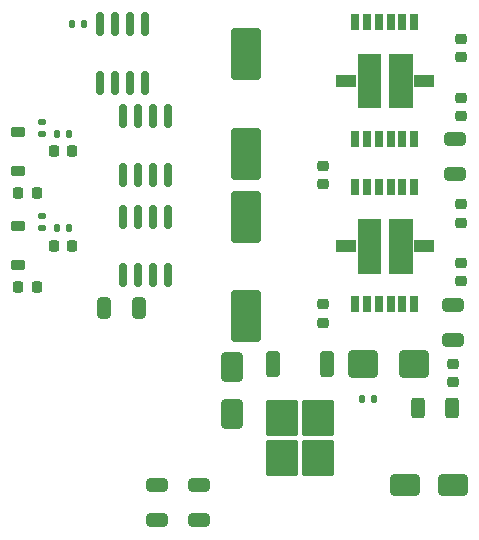
<source format=gbr>
%TF.GenerationSoftware,KiCad,Pcbnew,8.0.8+1*%
%TF.CreationDate,2025-03-25T20:03:00+00:00*%
%TF.ProjectId,dc_shield,64635f73-6869-4656-9c64-2e6b69636164,rev?*%
%TF.SameCoordinates,Original*%
%TF.FileFunction,Paste,Top*%
%TF.FilePolarity,Positive*%
%FSLAX46Y46*%
G04 Gerber Fmt 4.6, Leading zero omitted, Abs format (unit mm)*
G04 Created by KiCad (PCBNEW 8.0.8+1) date 2025-03-25 20:03:00*
%MOMM*%
%LPD*%
G01*
G04 APERTURE LIST*
G04 Aperture macros list*
%AMRoundRect*
0 Rectangle with rounded corners*
0 $1 Rounding radius*
0 $2 $3 $4 $5 $6 $7 $8 $9 X,Y pos of 4 corners*
0 Add a 4 corners polygon primitive as box body*
4,1,4,$2,$3,$4,$5,$6,$7,$8,$9,$2,$3,0*
0 Add four circle primitives for the rounded corners*
1,1,$1+$1,$2,$3*
1,1,$1+$1,$4,$5*
1,1,$1+$1,$6,$7*
1,1,$1+$1,$8,$9*
0 Add four rect primitives between the rounded corners*
20,1,$1+$1,$2,$3,$4,$5,0*
20,1,$1+$1,$4,$5,$6,$7,0*
20,1,$1+$1,$6,$7,$8,$9,0*
20,1,$1+$1,$8,$9,$2,$3,0*%
G04 Aperture macros list end*
%ADD10C,0.010000*%
%ADD11RoundRect,0.150000X0.150000X-0.825000X0.150000X0.825000X-0.150000X0.825000X-0.150000X-0.825000X0*%
%ADD12RoundRect,0.225000X0.375000X-0.225000X0.375000X0.225000X-0.375000X0.225000X-0.375000X-0.225000X0*%
%ADD13RoundRect,0.250000X1.000000X-1.950000X1.000000X1.950000X-1.000000X1.950000X-1.000000X-1.950000X0*%
%ADD14RoundRect,0.135000X0.135000X0.185000X-0.135000X0.185000X-0.135000X-0.185000X0.135000X-0.185000X0*%
%ADD15RoundRect,0.135000X0.185000X-0.135000X0.185000X0.135000X-0.185000X0.135000X-0.185000X-0.135000X0*%
%ADD16RoundRect,0.250000X-0.650000X0.325000X-0.650000X-0.325000X0.650000X-0.325000X0.650000X0.325000X0*%
%ADD17RoundRect,0.250000X-0.350000X0.850000X-0.350000X-0.850000X0.350000X-0.850000X0.350000X0.850000X0*%
%ADD18RoundRect,0.250000X-1.125000X1.275000X-1.125000X-1.275000X1.125000X-1.275000X1.125000X1.275000X0*%
%ADD19RoundRect,0.250000X0.650000X-1.000000X0.650000X1.000000X-0.650000X1.000000X-0.650000X-1.000000X0*%
%ADD20RoundRect,0.135000X-0.135000X-0.185000X0.135000X-0.185000X0.135000X0.185000X-0.135000X0.185000X0*%
%ADD21RoundRect,0.225000X0.250000X-0.225000X0.250000X0.225000X-0.250000X0.225000X-0.250000X-0.225000X0*%
%ADD22RoundRect,0.250000X0.650000X-0.325000X0.650000X0.325000X-0.650000X0.325000X-0.650000X-0.325000X0*%
%ADD23RoundRect,0.250000X0.312500X0.625000X-0.312500X0.625000X-0.312500X-0.625000X0.312500X-0.625000X0*%
%ADD24RoundRect,0.225000X-0.225000X-0.250000X0.225000X-0.250000X0.225000X0.250000X-0.225000X0.250000X0*%
%ADD25RoundRect,0.250000X-0.325000X-0.650000X0.325000X-0.650000X0.325000X0.650000X-0.325000X0.650000X0*%
%ADD26RoundRect,0.250000X1.000000X0.900000X-1.000000X0.900000X-1.000000X-0.900000X1.000000X-0.900000X0*%
%ADD27RoundRect,0.225000X-0.250000X0.225000X-0.250000X-0.225000X0.250000X-0.225000X0.250000X0.225000X0*%
%ADD28RoundRect,0.225000X0.225000X0.250000X-0.225000X0.250000X-0.225000X-0.250000X0.225000X-0.250000X0*%
%ADD29R,0.650000X1.350000*%
%ADD30RoundRect,0.250000X1.000000X0.650000X-1.000000X0.650000X-1.000000X-0.650000X1.000000X-0.650000X0*%
G04 APERTURE END LIST*
D10*
%TO.C,U103*%
X136475000Y-73475000D02*
X134875000Y-73475000D01*
X134875000Y-72525000D01*
X136475000Y-72525000D01*
X136475000Y-73475000D01*
G36*
X136475000Y-73475000D02*
G01*
X134875000Y-73475000D01*
X134875000Y-72525000D01*
X136475000Y-72525000D01*
X136475000Y-73475000D01*
G37*
X138625000Y-72975000D02*
X136725000Y-72975000D01*
X136725000Y-70725000D01*
X138625000Y-70725000D01*
X138625000Y-72975000D01*
G36*
X138625000Y-72975000D02*
G01*
X136725000Y-72975000D01*
X136725000Y-70725000D01*
X138625000Y-70725000D01*
X138625000Y-72975000D01*
G37*
X138625000Y-75275000D02*
X136725000Y-75275000D01*
X136725000Y-73025000D01*
X138625000Y-73025000D01*
X138625000Y-75275000D01*
G36*
X138625000Y-75275000D02*
G01*
X136725000Y-75275000D01*
X136725000Y-73025000D01*
X138625000Y-73025000D01*
X138625000Y-75275000D01*
G37*
X141275000Y-72975000D02*
X139375000Y-72975000D01*
X139375000Y-70725000D01*
X141275000Y-70725000D01*
X141275000Y-72975000D01*
G36*
X141275000Y-72975000D02*
G01*
X139375000Y-72975000D01*
X139375000Y-70725000D01*
X141275000Y-70725000D01*
X141275000Y-72975000D01*
G37*
X141275000Y-75275000D02*
X139375000Y-75275000D01*
X139375000Y-73025000D01*
X141275000Y-73025000D01*
X141275000Y-75275000D01*
G36*
X141275000Y-75275000D02*
G01*
X139375000Y-75275000D01*
X139375000Y-73025000D01*
X141275000Y-73025000D01*
X141275000Y-75275000D01*
G37*
X143125000Y-73475000D02*
X141525000Y-73475000D01*
X141525000Y-72525000D01*
X143125000Y-72525000D01*
X143125000Y-73475000D01*
G36*
X143125000Y-73475000D02*
G01*
X141525000Y-73475000D01*
X141525000Y-72525000D01*
X143125000Y-72525000D01*
X143125000Y-73475000D01*
G37*
%TO.C,U104*%
X136475000Y-59475000D02*
X134875000Y-59475000D01*
X134875000Y-58525000D01*
X136475000Y-58525000D01*
X136475000Y-59475000D01*
G36*
X136475000Y-59475000D02*
G01*
X134875000Y-59475000D01*
X134875000Y-58525000D01*
X136475000Y-58525000D01*
X136475000Y-59475000D01*
G37*
X138625000Y-58975000D02*
X136725000Y-58975000D01*
X136725000Y-56725000D01*
X138625000Y-56725000D01*
X138625000Y-58975000D01*
G36*
X138625000Y-58975000D02*
G01*
X136725000Y-58975000D01*
X136725000Y-56725000D01*
X138625000Y-56725000D01*
X138625000Y-58975000D01*
G37*
X138625000Y-61275000D02*
X136725000Y-61275000D01*
X136725000Y-59025000D01*
X138625000Y-59025000D01*
X138625000Y-61275000D01*
G36*
X138625000Y-61275000D02*
G01*
X136725000Y-61275000D01*
X136725000Y-59025000D01*
X138625000Y-59025000D01*
X138625000Y-61275000D01*
G37*
X141275000Y-58975000D02*
X139375000Y-58975000D01*
X139375000Y-56725000D01*
X141275000Y-56725000D01*
X141275000Y-58975000D01*
G36*
X141275000Y-58975000D02*
G01*
X139375000Y-58975000D01*
X139375000Y-56725000D01*
X141275000Y-56725000D01*
X141275000Y-58975000D01*
G37*
X141275000Y-61275000D02*
X139375000Y-61275000D01*
X139375000Y-59025000D01*
X141275000Y-59025000D01*
X141275000Y-61275000D01*
G36*
X141275000Y-61275000D02*
G01*
X139375000Y-61275000D01*
X139375000Y-59025000D01*
X141275000Y-59025000D01*
X141275000Y-61275000D01*
G37*
X143125000Y-59475000D02*
X141525000Y-59475000D01*
X141525000Y-58525000D01*
X143125000Y-58525000D01*
X143125000Y-59475000D01*
G36*
X143125000Y-59475000D02*
G01*
X141525000Y-59475000D01*
X141525000Y-58525000D01*
X143125000Y-58525000D01*
X143125000Y-59475000D01*
G37*
%TD*%
D11*
%TO.C,U102*%
X114940000Y-59200000D03*
X116210000Y-59200000D03*
X117480000Y-59200000D03*
X118750000Y-59200000D03*
X118750000Y-54250000D03*
X117480000Y-54250000D03*
X116210000Y-54250000D03*
X114940000Y-54250000D03*
%TD*%
D12*
%TO.C,D105*%
X108000000Y-66650000D03*
X108000000Y-63350000D03*
%TD*%
D13*
%TO.C,C107*%
X127250000Y-65200000D03*
X127250000Y-56800000D03*
%TD*%
D14*
%TO.C,R106*%
X112260000Y-71500000D03*
X111240000Y-71500000D03*
%TD*%
D15*
%TO.C,R105*%
X110000000Y-63510000D03*
X110000000Y-62490000D03*
%TD*%
D16*
%TO.C,C113*%
X123250000Y-93275000D03*
X123250000Y-96225000D03*
%TD*%
D17*
%TO.C,Q101*%
X134100000Y-83000000D03*
D18*
X133345000Y-87625000D03*
X130295000Y-87625000D03*
X133345000Y-90975000D03*
X130295000Y-90975000D03*
D17*
X129540000Y-83000000D03*
%TD*%
D19*
%TO.C,D101*%
X126100000Y-87250000D03*
X126100000Y-83250000D03*
%TD*%
D20*
%TO.C,R101*%
X137100000Y-86000000D03*
X138120000Y-86000000D03*
%TD*%
D21*
%TO.C,C106*%
X145500000Y-62025000D03*
X145500000Y-60475000D03*
%TD*%
D14*
%TO.C,R107*%
X112260000Y-63500000D03*
X111240000Y-63500000D03*
%TD*%
D22*
%TO.C,C108*%
X145000000Y-66950000D03*
X145000000Y-64000000D03*
%TD*%
D23*
%TO.C,R102*%
X144712500Y-86750000D03*
X141787500Y-86750000D03*
%TD*%
D11*
%TO.C,U105*%
X116845000Y-75475000D03*
X118115000Y-75475000D03*
X119385000Y-75475000D03*
X120655000Y-75475000D03*
X120655000Y-70525000D03*
X119385000Y-70525000D03*
X118115000Y-70525000D03*
X116845000Y-70525000D03*
%TD*%
D24*
%TO.C,C118*%
X107975000Y-76500000D03*
X109525000Y-76500000D03*
%TD*%
D25*
%TO.C,C102*%
X115275000Y-78250000D03*
X118225000Y-78250000D03*
%TD*%
D26*
%TO.C,D102*%
X141500000Y-83000000D03*
X137200000Y-83000000D03*
%TD*%
D27*
%TO.C,C109*%
X133750000Y-66225000D03*
X133750000Y-67775000D03*
%TD*%
D28*
%TO.C,C115*%
X112525000Y-73000000D03*
X110975000Y-73000000D03*
%TD*%
D24*
%TO.C,C117*%
X107975000Y-68500000D03*
X109525000Y-68500000D03*
%TD*%
D11*
%TO.C,U106*%
X116845000Y-66975000D03*
X118115000Y-66975000D03*
X119385000Y-66975000D03*
X120655000Y-66975000D03*
X120655000Y-62025000D03*
X119385000Y-62025000D03*
X118115000Y-62025000D03*
X116845000Y-62025000D03*
%TD*%
D21*
%TO.C,C112*%
X133750000Y-79500000D03*
X133750000Y-77950000D03*
%TD*%
D29*
%TO.C,U103*%
X136500000Y-77975000D03*
X137500000Y-77975000D03*
X138500000Y-77975000D03*
X139500000Y-77975000D03*
X140500000Y-77975000D03*
X141500000Y-77975000D03*
X141500000Y-68025000D03*
X140500000Y-68025000D03*
X139500000Y-68025000D03*
X138500000Y-68025000D03*
X137500000Y-68025000D03*
X136500000Y-68025000D03*
%TD*%
D21*
%TO.C,C103*%
X145500000Y-71050000D03*
X145500000Y-69500000D03*
%TD*%
D14*
%TO.C,R103*%
X113520000Y-54250000D03*
X112500000Y-54250000D03*
%TD*%
D28*
%TO.C,C116*%
X112525000Y-65000000D03*
X110975000Y-65000000D03*
%TD*%
D12*
%TO.C,D104*%
X108000000Y-74650000D03*
X108000000Y-71350000D03*
%TD*%
D27*
%TO.C,C101*%
X144750000Y-82975000D03*
X144750000Y-84525000D03*
%TD*%
D13*
%TO.C,C110*%
X127250000Y-78950000D03*
X127250000Y-70550000D03*
%TD*%
D30*
%TO.C,D103*%
X144750000Y-93250000D03*
X140750000Y-93250000D03*
%TD*%
D29*
%TO.C,U104*%
X136500000Y-63975000D03*
X137500000Y-63975000D03*
X138500000Y-63975000D03*
X139500000Y-63975000D03*
X140500000Y-63975000D03*
X141500000Y-63975000D03*
X141500000Y-54025000D03*
X140500000Y-54025000D03*
X139500000Y-54025000D03*
X138500000Y-54025000D03*
X137500000Y-54025000D03*
X136500000Y-54025000D03*
%TD*%
D15*
%TO.C,R104*%
X110000000Y-71510000D03*
X110000000Y-70490000D03*
%TD*%
D16*
%TO.C,C114*%
X119750000Y-93300000D03*
X119750000Y-96250000D03*
%TD*%
D22*
%TO.C,C111*%
X144750000Y-80975000D03*
X144750000Y-78025000D03*
%TD*%
D21*
%TO.C,C105*%
X145500000Y-76000000D03*
X145500000Y-74450000D03*
%TD*%
%TO.C,C104*%
X145500000Y-57025000D03*
X145500000Y-55475000D03*
%TD*%
M02*

</source>
